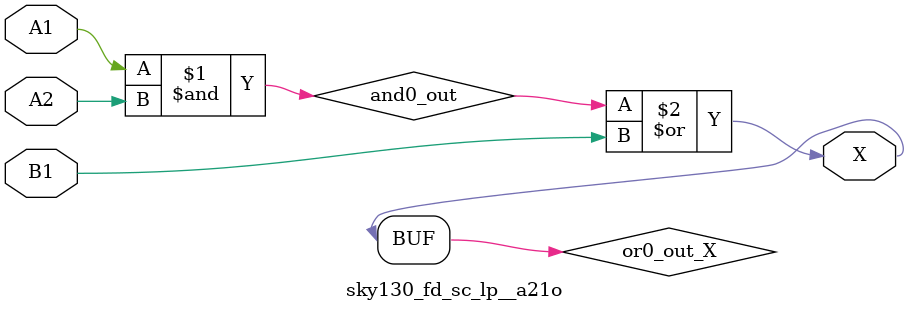
<source format=v>
/*
 * Copyright 2020 The SkyWater PDK Authors
 *
 * Licensed under the Apache License, Version 2.0 (the "License");
 * you may not use this file except in compliance with the License.
 * You may obtain a copy of the License at
 *
 *     https://www.apache.org/licenses/LICENSE-2.0
 *
 * Unless required by applicable law or agreed to in writing, software
 * distributed under the License is distributed on an "AS IS" BASIS,
 * WITHOUT WARRANTIES OR CONDITIONS OF ANY KIND, either express or implied.
 * See the License for the specific language governing permissions and
 * limitations under the License.
 *
 * SPDX-License-Identifier: Apache-2.0
*/


`ifndef SKY130_FD_SC_LP__A21O_FUNCTIONAL_V
`define SKY130_FD_SC_LP__A21O_FUNCTIONAL_V

/**
 * a21o: 2-input AND into first input of 2-input OR.
 *
 *       X = ((A1 & A2) | B1)
 *
 * Verilog simulation functional model.
 */

`timescale 1ns / 1ps
`default_nettype none

`celldefine
module sky130_fd_sc_lp__a21o (
    X ,
    A1,
    A2,
    B1
);

    // Module ports
    output X ;
    input  A1;
    input  A2;
    input  B1;

    // Local signals
    wire and0_out ;
    wire or0_out_X;

    //  Name  Output     Other arguments
    and and0 (and0_out , A1, A2         );
    or  or0  (or0_out_X, and0_out, B1   );
    buf buf0 (X        , or0_out_X      );

endmodule
`endcelldefine

`default_nettype wire
`endif  // SKY130_FD_SC_LP__A21O_FUNCTIONAL_V

</source>
